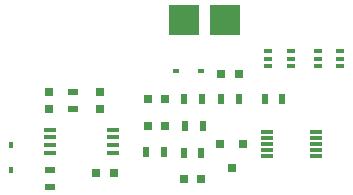
<source format=gbr>
G04 #@! TF.FileFunction,Paste,Top*
%FSLAX46Y46*%
G04 Gerber Fmt 4.6, Leading zero omitted, Abs format (unit mm)*
G04 Created by KiCad (PCBNEW 4.0.1+dfsg1-stable) date Wed 30 Mar 2016 05:17:46 PM PDT*
%MOMM*%
G01*
G04 APERTURE LIST*
%ADD10C,0.100000*%
%ADD11R,0.749300X0.398780*%
%ADD12R,0.750000X0.800000*%
%ADD13R,0.800000X0.750000*%
%ADD14R,0.450000X0.590000*%
%ADD15R,0.590000X0.450000*%
%ADD16R,1.000000X0.300000*%
%ADD17R,2.500000X2.500000*%
%ADD18R,0.800100X0.800100*%
%ADD19R,0.900000X0.500000*%
%ADD20R,0.500000X0.900000*%
%ADD21R,1.016000X0.305000*%
G04 APERTURE END LIST*
D10*
D11*
X153349960Y-98821240D03*
X153349960Y-98171000D03*
X153349960Y-97520760D03*
X151450040Y-97520760D03*
X151450040Y-98171000D03*
X151450040Y-98821240D03*
D12*
X137160000Y-100977000D03*
X137160000Y-102477000D03*
X132905500Y-102477000D03*
X132905500Y-100977000D03*
D13*
X141236000Y-101600000D03*
X142736000Y-101600000D03*
X138354500Y-107886500D03*
X136854500Y-107886500D03*
X141236000Y-103886000D03*
X142736000Y-103886000D03*
X147459000Y-99441000D03*
X148959000Y-99441000D03*
X145784000Y-108331000D03*
X144284000Y-108331000D03*
D14*
X129667000Y-107608000D03*
X129667000Y-105498000D03*
D15*
X143598000Y-99187000D03*
X145708000Y-99187000D03*
D16*
X132936000Y-106131000D03*
X132936000Y-105481000D03*
X132936000Y-104831000D03*
X132936000Y-104181000D03*
X138336000Y-106131000D03*
X138336000Y-105481000D03*
X138336000Y-104831000D03*
X138336000Y-104181000D03*
D11*
X157540960Y-98821240D03*
X157540960Y-98171000D03*
X157540960Y-97520760D03*
X155641040Y-97520760D03*
X155641040Y-98171000D03*
X155641040Y-98821240D03*
D17*
X147800000Y-94869000D03*
X144300000Y-94869000D03*
D18*
X149286000Y-105425240D03*
X147386000Y-105425240D03*
X148336000Y-107424220D03*
D19*
X134937500Y-102477000D03*
X134937500Y-100977000D03*
D20*
X145911000Y-103886000D03*
X144411000Y-103886000D03*
D19*
X132969000Y-109081000D03*
X132969000Y-107581000D03*
D20*
X145847500Y-101600000D03*
X144347500Y-101600000D03*
X142609000Y-106045000D03*
X141109000Y-106045000D03*
X144284000Y-106172000D03*
X145784000Y-106172000D03*
X148959000Y-101600000D03*
X147459000Y-101600000D03*
X152642000Y-101600000D03*
X151142000Y-101600000D03*
D21*
X151370000Y-104410000D03*
X151370000Y-104910000D03*
X151370000Y-105410000D03*
X151370000Y-105910000D03*
X151370000Y-106410000D03*
X155462000Y-104410000D03*
X155462000Y-104910000D03*
X155462000Y-105410000D03*
X155462000Y-105910000D03*
X155462000Y-106410000D03*
M02*

</source>
